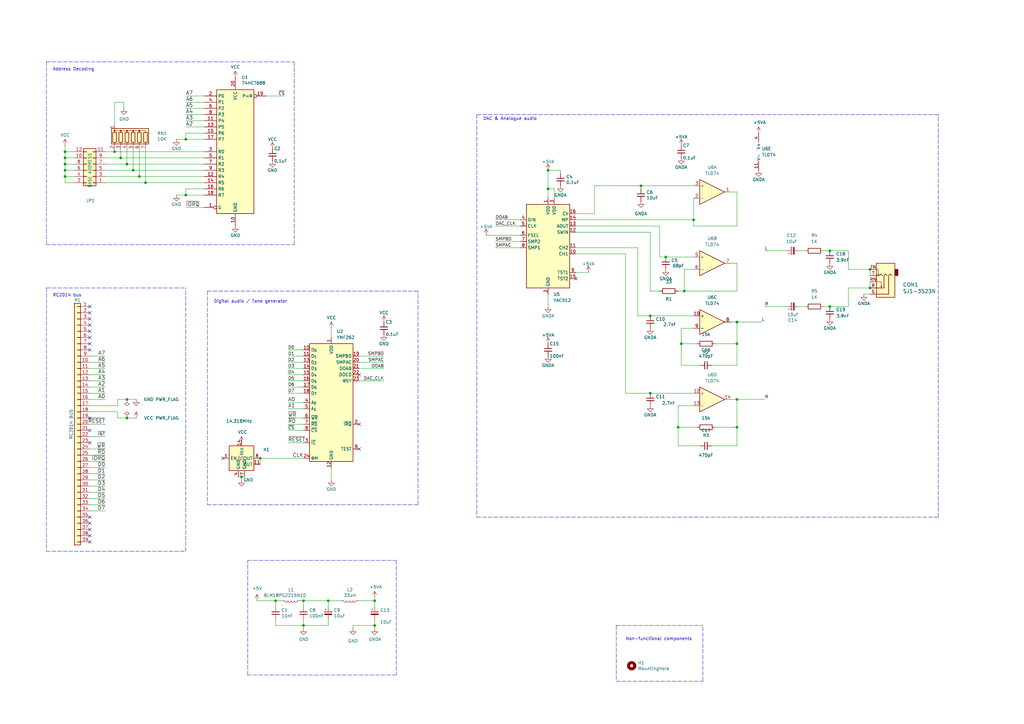
<source format=kicad_sch>
(kicad_sch (version 20250114) (generator "eeschema") (generator_version "9.0")
  (paper "A3")
  (title_block (title "RC2014 YM3812 sound card") (date "@date@") (rev "@version@") (comment 1 "these are the things that dreams are made of"))
  (text "Non-functional components" (at 256.54 262.89 0) (effects (font (size 1.27 1.27)) (justify left bottom)))
  (text "Digital audio / Tone generator" (at 87.63 124.46 0) (effects (font (size 1.27 1.27)) (justify left bottom)))
  (text "Address Decoding" (at 21.59 29.21 0) (effects (font (size 1.27 1.27)) (justify left bottom)))
  (text "DAC & Analogue audio" (at 198.12 49.53 0) (effects (font (size 1.27 1.27)) (justify left bottom)))
  (text "RC2014 bus" (at 21.59 121.92 0) (effects (font (size 1.27 1.27)) (justify left bottom)))
  (junction (at 134.62 246.38))
  (junction (at 52.07 163.83))
  (junction (at 46.99 62.23))
  (junction (at 302.26 175.26))
  (junction (at 266.7 129.54))
  (junction (at 99.06 195.58))
  (junction (at 278.13 175.26))
  (junction (at 224.79 77.47))
  (junction (at 280.67 119.38))
  (junction (at 26.67 62.23))
  (junction (at 153.67 256.54))
  (junction (at 340.36 125.73))
  (junction (at 302.26 140.97))
  (junction (at 284.48 90.17))
  (junction (at 106.68 187.96))
  (junction (at 113.03 246.38))
  (junction (at 302.26 132.08))
  (junction (at 340.36 102.87))
  (junction (at 26.67 72.39))
  (junction (at 57.15 72.39))
  (junction (at 262.89 76.2))
  (junction (at 26.67 69.85))
  (junction (at 279.4 140.97))
  (junction (at 273.05 105.41))
  (junction (at 124.46 256.54))
  (junction (at 26.67 67.31))
  (junction (at 52.07 171.45))
  (junction (at 356.87 110.49))
  (junction (at 302.26 163.83))
  (junction (at 49.53 64.77))
  (junction (at 54.61 69.85))
  (junction (at 266.7 161.29))
  (junction (at 224.79 69.85))
  (junction (at 76.2 57.15))
  (junction (at 26.67 64.77))
  (junction (at 52.07 67.31))
  (junction (at 59.69 74.93))
  (junction (at 356.87 118.11))
  (junction (at 76.2 80.01))
  (junction (at 124.46 246.38))
  (junction (at 153.67 246.38))
  (no_connect (at 91.44 187.96))
  (no_connect (at 147.32 173.99))
  (no_connect (at 147.32 184.15))
  (no_connect (at 36.83 171.45))
  (no_connect (at 36.83 222.25))
  (no_connect (at 36.83 217.17))
  (no_connect (at 36.83 130.81))
  (no_connect (at 236.22 114.3))
  (no_connect (at 147.32 153.67))
  (no_connect (at 36.83 128.27))
  (no_connect (at 36.83 181.61))
  (no_connect (at 36.83 214.63))
  (no_connect (at 36.83 125.73))
  (no_connect (at 36.83 140.97))
  (no_connect (at 36.83 212.09))
  (no_connect (at 36.83 143.51))
  (no_connect (at 36.83 138.43))
  (no_connect (at 36.83 219.71))
  (no_connect (at 36.83 133.35))
  (no_connect (at 36.83 135.89))
  (no_connect (at 36.83 176.53))
  (polyline (pts (xy 384.81 212.09) (xy 384.81 46.99)) (stroke (width 0) (type dash)))
  (wire (pts (xy 72.39 80.01) (xy 76.2 80.01)))
  (wire (pts (xy 48.26 163.83) (xy 52.07 163.83)))
  (wire (pts (xy 153.67 248.92) (xy 153.67 246.38)))
  (wire (pts (xy 46.99 60.96) (xy 46.99 62.23)))
  (wire (pts (xy 340.36 102.87) (xy 347.98 102.87)))
  (wire (pts (xy 134.62 246.38) (xy 134.62 248.92)))
  (wire (pts (xy 243.84 76.2) (xy 262.89 76.2)))
  (wire (pts (xy 48.26 171.45) (xy 52.07 171.45)))
  (wire (pts (xy 118.11 143.51) (xy 124.46 143.51)))
  (wire (pts (xy 284.48 90.17) (xy 284.48 92.71)))
  (polyline (pts (xy 85.09 119.38) (xy 85.09 207.01)) (stroke (width 0) (type dash)))
  (wire (pts (xy 59.69 74.93) (xy 43.18 74.93)))
  (wire (pts (xy 337.82 102.87) (xy 340.36 102.87)))
  (wire (pts (xy 256.54 104.14) (xy 256.54 161.29)))
  (wire (pts (xy 118.11 181.61) (xy 124.46 181.61)))
  (wire (pts (xy 76.2 54.61) (xy 83.82 54.61)))
  (wire (pts (xy 76.2 49.53) (xy 83.82 49.53)))
  (wire (pts (xy 43.18 72.39) (xy 57.15 72.39)))
  (wire (pts (xy 26.67 72.39) (xy 26.67 74.93)))
  (polyline (pts (xy 288.29 279.4) (xy 288.29 256.54)) (stroke (width 0) (type dash)))
  (wire (pts (xy 279.4 149.86) (xy 279.4 140.97)))
  (wire (pts (xy 124.46 254) (xy 124.46 256.54)))
  (wire (pts (xy 236.22 101.6) (xy 261.62 101.6)))
  (wire (pts (xy 118.11 156.21) (xy 124.46 156.21)))
  (wire (pts (xy 76.2 44.45) (xy 83.82 44.45)))
  (wire (pts (xy 43.18 64.77) (xy 49.53 64.77)))
  (wire (pts (xy 356.87 113.03) (xy 356.87 110.49)))
  (wire (pts (xy 236.22 95.25) (xy 266.7 95.25)))
  (wire (pts (xy 123.19 246.38) (xy 124.46 246.38)))
  (wire (pts (xy 327.66 102.87) (xy 330.2 102.87)))
  (wire (pts (xy 147.32 148.59) (xy 157.48 148.59)))
  (wire (pts (xy 43.18 199.39) (xy 36.83 199.39)))
  (wire (pts (xy 76.2 85.09) (xy 83.82 85.09)))
  (wire (pts (xy 76.2 52.07) (xy 83.82 52.07)))
  (polyline (pts (xy 252.73 256.54) (xy 288.29 256.54)) (stroke (width 0) (type dash)))
  (polyline (pts (xy 101.6 276.86) (xy 101.6 229.87)) (stroke (width 0) (type dash)))
  (polyline (pts (xy 85.09 207.01) (xy 171.45 207.01)) (stroke (width 0) (type dash)))
  (polyline (pts (xy 162.56 229.87) (xy 162.56 276.86)) (stroke (width 0) (type dash)))
  (wire (pts (xy 43.18 194.31) (xy 36.83 194.31)))
  (wire (pts (xy 236.22 92.71) (xy 270.51 92.71)))
  (wire (pts (xy 76.2 57.15) (xy 83.82 57.15)))
  (wire (pts (xy 153.67 246.38) (xy 153.67 245.11)))
  (wire (pts (xy 302.26 132.08) (xy 302.26 140.97)))
  (wire (pts (xy 48.26 168.91) (xy 48.26 171.45)))
  (wire (pts (xy 46.99 50.8) (xy 46.99 41.91)))
  (wire (pts (xy 224.79 69.85) (xy 229.87 69.85)))
  (wire (pts (xy 256.54 161.29) (xy 266.7 161.29)))
  (wire (pts (xy 279.4 140.97) (xy 279.4 134.62)))
  (wire (pts (xy 118.11 148.59) (xy 124.46 148.59)))
  (wire (pts (xy 236.22 87.63) (xy 243.84 87.63)))
  (wire (pts (xy 118.11 171.45) (xy 124.46 171.45)))
  (wire (pts (xy 113.03 246.38) (xy 113.03 248.92)))
  (wire (pts (xy 43.18 179.07) (xy 36.83 179.07)))
  (wire (pts (xy 302.26 132.08) (xy 312.42 132.08)))
  (wire (pts (xy 99.06 195.58) (xy 99.06 196.85)))
  (wire (pts (xy 46.99 41.91) (xy 50.8 41.91)))
  (wire (pts (xy 48.26 166.37) (xy 48.26 163.83)))
  (wire (pts (xy 43.18 163.83) (xy 36.83 163.83)))
  (wire (pts (xy 302.26 140.97) (xy 302.26 149.86)))
  (wire (pts (xy 43.18 186.69) (xy 36.83 186.69)))
  (wire (pts (xy 43.18 209.55) (xy 36.83 209.55)))
  (wire (pts (xy 278.13 175.26) (xy 285.75 175.26)))
  (polyline (pts (xy 162.56 276.86) (xy 101.6 276.86)) (stroke (width 0) (type dash)))
  (wire (pts (xy 147.32 246.38) (xy 153.67 246.38)))
  (wire (pts (xy 135.89 191.77) (xy 135.89 196.85)))
  (wire (pts (xy 26.67 74.93) (xy 30.48 74.93)))
  (polyline (pts (xy 252.73 279.4) (xy 288.29 279.4)) (stroke (width 0) (type dash)))
  (wire (pts (xy 236.22 111.76) (xy 241.3 111.76)))
  (wire (pts (xy 124.46 256.54) (xy 134.62 256.54)))
  (wire (pts (xy 52.07 67.31) (xy 43.18 67.31)))
  (wire (pts (xy 236.22 90.17) (xy 284.48 90.17)))
  (wire (pts (xy 147.32 146.05) (xy 157.48 146.05)))
  (wire (pts (xy 199.39 96.52) (xy 213.36 96.52)))
  (wire (pts (xy 76.2 77.47) (xy 76.2 80.01)))
  (wire (pts (xy 106.68 187.96) (xy 106.68 190.5)))
  (wire (pts (xy 147.32 151.13) (xy 157.48 151.13)))
  (wire (pts (xy 43.18 189.23) (xy 36.83 189.23)))
  (wire (pts (xy 109.22 39.37) (xy 116.84 39.37)))
  (wire (pts (xy 26.67 64.77) (xy 30.48 64.77)))
  (wire (pts (xy 347.98 102.87) (xy 347.98 110.49)))
  (wire (pts (xy 144.78 256.54) (xy 153.67 256.54)))
  (wire (pts (xy 43.18 173.99) (xy 36.83 173.99)))
  (wire (pts (xy 52.07 163.83) (xy 55.88 163.83)))
  (wire (pts (xy 203.2 101.6) (xy 213.36 101.6)))
  (wire (pts (xy 284.48 110.49) (xy 280.67 110.49)))
  (wire (pts (xy 118.11 158.75) (xy 124.46 158.75)))
  (wire (pts (xy 76.2 41.91) (xy 83.82 41.91)))
  (wire (pts (xy 26.67 67.31) (xy 30.48 67.31)))
  (wire (pts (xy 124.46 246.38) (xy 134.62 246.38)))
  (wire (pts (xy 26.67 62.23) (xy 26.67 64.77)))
  (wire (pts (xy 46.99 62.23) (xy 43.18 62.23)))
  (wire (pts (xy 72.39 57.15) (xy 76.2 57.15)))
  (wire (pts (xy 224.79 69.85) (xy 224.79 77.47)))
  (wire (pts (xy 52.07 171.45) (xy 55.88 171.45)))
  (wire (pts (xy 262.89 77.47) (xy 262.89 76.2)))
  (wire (pts (xy 287.02 182.88) (xy 278.13 182.88)))
  (wire (pts (xy 26.67 59.69) (xy 26.67 62.23)))
  (wire (pts (xy 118.11 161.29) (xy 124.46 161.29)))
  (wire (pts (xy 57.15 72.39) (xy 83.82 72.39)))
  (polyline (pts (xy 384.81 46.99) (xy 195.58 46.99)) (stroke (width 0) (type dash)))
  (wire (pts (xy 83.82 74.93) (xy 59.69 74.93)))
  (wire (pts (xy 270.51 92.71) (xy 270.51 105.41)))
  (wire (pts (xy 43.18 161.29) (xy 36.83 161.29)))
  (wire (pts (xy 54.61 69.85) (xy 83.82 69.85)))
  (wire (pts (xy 97.79 195.58) (xy 99.06 195.58)))
  (wire (pts (xy 49.53 64.77) (xy 83.82 64.77)))
  (wire (pts (xy 118.11 153.67) (xy 124.46 153.67)))
  (wire (pts (xy 279.4 140.97) (xy 285.75 140.97)))
  (wire (pts (xy 327.66 125.73) (xy 330.2 125.73)))
  (wire (pts (xy 266.7 129.54) (xy 284.48 129.54)))
  (wire (pts (xy 270.51 105.41) (xy 273.05 105.41)))
  (wire (pts (xy 48.26 168.91) (xy 36.83 168.91)))
  (wire (pts (xy 43.18 158.75) (xy 36.83 158.75)))
  (wire (pts (xy 43.18 151.13) (xy 36.83 151.13)))
  (wire (pts (xy 50.8 41.91) (xy 50.8 44.45)))
  (wire (pts (xy 43.18 153.67) (xy 36.83 153.67)))
  (wire (pts (xy 261.62 129.54) (xy 266.7 129.54)))
  (wire (pts (xy 26.67 69.85) (xy 26.67 72.39)))
  (wire (pts (xy 302.26 78.74) (xy 302.26 92.71)))
  (wire (pts (xy 26.67 72.39) (xy 30.48 72.39)))
  (wire (pts (xy 227.33 81.28) (xy 227.33 77.47)))
  (polyline (pts (xy 195.58 46.99) (xy 195.58 212.09)) (stroke (width 0) (type dash)))
  (wire (pts (xy 144.78 257.81) (xy 144.78 256.54)))
  (wire (pts (xy 43.18 146.05) (xy 36.83 146.05)))
  (wire (pts (xy 302.26 149.86) (xy 292.1 149.86)))
  (wire (pts (xy 52.07 60.96) (xy 52.07 67.31)))
  (wire (pts (xy 278.13 166.37) (xy 284.48 166.37)))
  (wire (pts (xy 43.18 191.77) (xy 36.83 191.77)))
  (wire (pts (xy 347.98 125.73) (xy 347.98 118.11)))
  (wire (pts (xy 278.13 182.88) (xy 278.13 175.26)))
  (wire (pts (xy 76.2 46.99) (xy 83.82 46.99)))
  (polyline (pts (xy 19.05 118.11) (xy 76.2 118.11)) (stroke (width 0) (type dash)))
  (wire (pts (xy 203.2 99.06) (xy 213.36 99.06)))
  (wire (pts (xy 43.18 69.85) (xy 54.61 69.85)))
  (wire (pts (xy 43.18 207.01) (xy 36.83 207.01)))
  (wire (pts (xy 124.46 257.81) (xy 124.46 256.54)))
  (wire (pts (xy 293.37 175.26) (xy 302.26 175.26)))
  (wire (pts (xy 284.48 81.28) (xy 284.48 90.17)))
  (wire (pts (xy 299.72 163.83) (xy 302.26 163.83)))
  (wire (pts (xy 278.13 119.38) (xy 280.67 119.38)))
  (wire (pts (xy 337.82 125.73) (xy 340.36 125.73)))
  (wire (pts (xy 59.69 60.96) (xy 59.69 74.93)))
  (wire (pts (xy 134.62 246.38) (xy 139.7 246.38)))
  (wire (pts (xy 153.67 256.54) (xy 153.67 257.81)))
  (polyline (pts (xy 120.65 100.33) (xy 120.65 25.4)) (stroke (width 0) (type dash)))
  (wire (pts (xy 134.62 254) (xy 134.62 256.54)))
  (polyline (pts (xy 85.09 119.38) (xy 171.45 119.38)) (stroke (width 0) (type dash)))
  (polyline (pts (xy 171.45 207.01) (xy 171.45 119.38)) (stroke (width 0) (type dash)))
  (wire (pts (xy 273.05 105.41) (xy 284.48 105.41)))
  (wire (pts (xy 243.84 76.2) (xy 243.84 87.63)))
  (wire (pts (xy 113.03 246.38) (xy 115.57 246.38)))
  (wire (pts (xy 43.18 148.59) (xy 36.83 148.59)))
  (wire (pts (xy 113.03 256.54) (xy 124.46 256.54)))
  (wire (pts (xy 48.26 166.37) (xy 36.83 166.37)))
  (wire (pts (xy 262.89 76.2) (xy 284.48 76.2)))
  (wire (pts (xy 347.98 110.49) (xy 356.87 110.49)))
  (wire (pts (xy 43.18 204.47) (xy 36.83 204.47)))
  (wire (pts (xy 356.87 118.11) (xy 356.87 115.57)))
  (wire (pts (xy 99.06 195.58) (xy 100.33 195.58)))
  (polyline (pts (xy 19.05 226.06) (xy 76.2 226.06)) (stroke (width 0) (type dash)))
  (wire (pts (xy 224.79 77.47) (xy 224.79 81.28)))
  (wire (pts (xy 236.22 104.14) (xy 256.54 104.14)))
  (wire (pts (xy 76.2 54.61) (xy 76.2 57.15)))
  (polyline (pts (xy 19.05 25.4) (xy 19.05 100.33)) (stroke (width 0) (type dash)))
  (wire (pts (xy 118.11 176.53) (xy 124.46 176.53)))
  (wire (pts (xy 118.11 173.99) (xy 124.46 173.99)))
  (wire (pts (xy 26.67 69.85) (xy 30.48 69.85)))
  (wire (pts (xy 229.87 69.85) (xy 229.87 71.12)))
  (polyline (pts (xy 252.73 256.54) (xy 252.73 279.4)) (stroke (width 0) (type dash)))
  (polyline (pts (xy 76.2 226.06) (xy 76.2 118.11)) (stroke (width 0) (type dash)))
  (wire (pts (xy 83.82 62.23) (xy 46.99 62.23)))
  (wire (pts (xy 287.02 149.86) (xy 279.4 149.86)))
  (wire (pts (xy 340.36 125.73) (xy 347.98 125.73)))
  (wire (pts (xy 83.82 77.47) (xy 76.2 77.47)))
  (wire (pts (xy 118.11 167.64) (xy 124.46 167.64)))
  (wire (pts (xy 99.06 180.34) (xy 99.06 181.61)))
  (wire (pts (xy 280.67 110.49) (xy 280.67 119.38)))
  (wire (pts (xy 261.62 101.6) (xy 261.62 129.54)))
  (wire (pts (xy 113.03 254) (xy 113.03 256.54)))
  (wire (pts (xy 266.7 119.38) (xy 270.51 119.38)))
  (wire (pts (xy 224.79 120.65) (xy 224.79 125.73)))
  (wire (pts (xy 266.7 95.25) (xy 266.7 119.38)))
  (wire (pts (xy 135.89 134.62) (xy 135.89 138.43)))
  (wire (pts (xy 26.67 64.77) (xy 26.67 67.31)))
  (polyline (pts (xy 19.05 118.11) (xy 19.05 226.06)) (stroke (width 0) (type dash)))
  (wire (pts (xy 266.7 161.29) (xy 284.48 161.29)))
  (wire (pts (xy 313.69 125.73) (xy 322.58 125.73)))
  (wire (pts (xy 147.32 156.21) (xy 157.48 156.21)))
  (wire (pts (xy 302.26 92.71) (xy 284.48 92.71)))
  (wire (pts (xy 302.26 163.83) (xy 313.69 163.83)))
  (wire (pts (xy 124.46 246.38) (xy 124.46 248.92)))
  (polyline (pts (xy 19.05 25.4) (xy 120.65 25.4)) (stroke (width 0) (type dash)))
  (polyline (pts (xy 101.6 229.87) (xy 162.56 229.87)) (stroke (width 0) (type dash)))
  (wire (pts (xy 106.68 187.96) (xy 124.46 187.96)))
  (wire (pts (xy 105.41 246.38) (xy 113.03 246.38)))
  (wire (pts (xy 83.82 67.31) (xy 52.07 67.31)))
  (polyline (pts (xy 195.58 212.09) (xy 384.81 212.09)) (stroke (width 0) (type dash)))
  (wire (pts (xy 313.69 102.87) (xy 322.58 102.87)))
  (wire (pts (xy 43.18 201.93) (xy 36.83 201.93)))
  (wire (pts (xy 43.18 196.85) (xy 36.83 196.85)))
  (wire (pts (xy 278.13 175.26) (xy 278.13 166.37)))
  (wire (pts (xy 118.11 151.13) (xy 124.46 151.13)))
  (wire (pts (xy 227.33 77.47) (xy 224.79 77.47)))
  (wire (pts (xy 54.61 60.96) (xy 54.61 69.85)))
  (wire (pts (xy 302.26 175.26) (xy 302.26 182.88)))
  (polyline (pts (xy 19.05 100.33) (xy 120.65 100.33)) (stroke (width 0) (type dash)))
  (wire (pts (xy 293.37 140.97) (xy 302.26 140.97)))
  (wire (pts (xy 203.2 90.17) (xy 213.36 90.17)))
  (wire (pts (xy 49.53 60.96) (xy 49.53 64.77)))
  (wire (pts (xy 43.18 184.15) (xy 36.83 184.15)))
  (wire (pts (xy 302.26 182.88) (xy 292.1 182.88)))
  (wire (pts (xy 299.72 78.74) (xy 302.26 78.74)))
  (wire (pts (xy 347.98 118.11) (xy 356.87 118.11)))
  (wire (pts (xy 280.67 119.38) (xy 302.26 119.38)))
  (wire (pts (xy 26.67 62.23) (xy 30.48 62.23)))
  (wire (pts (xy 302.26 163.83) (xy 302.26 175.26)))
  (wire (pts (xy 203.2 92.71) (xy 213.36 92.71)))
  (wire (pts (xy 299.72 132.08) (xy 302.26 132.08)))
  (wire (pts (xy 76.2 80.01) (xy 83.82 80.01)))
  (wire (pts (xy 76.2 39.37) (xy 83.82 39.37)))
  (wire (pts (xy 57.15 60.96) (xy 57.15 72.39)))
  (wire (pts (xy 118.11 146.05) (xy 124.46 146.05)))
  (wire (pts (xy 43.18 156.21) (xy 36.83 156.21)))
  (wire (pts (xy 26.67 67.31) (xy 26.67 69.85)))
  (wire (pts (xy 279.4 134.62) (xy 284.48 134.62)))
  (wire (pts (xy 118.11 165.1) (xy 124.46 165.1)))
  (wire (pts (xy 302.26 107.95) (xy 299.72 107.95)))
  (wire (pts (xy 302.26 119.38) (xy 302.26 107.95)))
  (wire (pts (xy 354.33 120.65) (xy 356.87 120.65)))
  (wire (pts (xy 153.67 254) (xy 153.67 256.54)))
  (label "SMPAC" (at 157.48 148.59 180))
  (label "SMPBD" (at 203.2 99.06 0))
  (label "~{WR}" (at 43.18 184.15 180) (effects (font (size 1.524 1.524))))
  (label "A2" (at 43.18 158.75 180) (effects (font (size 1.524 1.524))))
  (label "~{CS}" (at 116.84 39.37 180))
  (label "D6" (at 118.11 158.75 0))
  (label "D2" (at 43.18 196.85 180) (effects (font (size 1.524 1.524))))
  (label "DAC_CLK" (at 203.2 92.71 0))
  (label "D4" (at 118.11 153.67 0))
  (label "D1" (at 118.11 146.05 0))
  (label "DAC_CLK" (at 157.48 156.21 180))
  (label "R" (at 313.69 163.83 0))
  (label "A7" (at 76.2 39.37 0) (effects (font (size 1.524 1.524))))
  (label "D2" (at 118.11 148.59 0))
  (label "D1" (at 43.18 194.31 180) (effects (font (size 1.524 1.524))))
  (label "SMPAC" (at 203.2 101.6 0))
  (label "D7" (at 118.11 161.29 0))
  (label "R" (at 313.69 125.73 0))
  (label "~{RD}" (at 118.11 173.99 0) (effects (font (size 1.524 1.524))))
  (label "~{RESET}" (at 118.11 181.61 0) (effects (font (size 1.524 1.524))))
  (label "A3" (at 76.2 49.53 0) (effects (font (size 1.524 1.524))))
  (label "A4" (at 76.2 46.99 0) (effects (font (size 1.524 1.524))))
  (label "A6" (at 43.18 148.59 180) (effects (font (size 1.524 1.524))))
  (label "D5" (at 43.18 204.47 180) (effects (font (size 1.524 1.524))))
  (label "D7" (at 43.18 209.55 180) (effects (font (size 1.524 1.524))))
  (label "~{WR}" (at 118.11 171.45 0) (effects (font (size 1.524 1.524))))
  (label "~{INT}" (at 43.18 179.07 180))
  (label "A1" (at 118.11 167.64 0) (effects (font (size 1.524 1.524))))
  (label "CLK" (at 124.46 187.96 180) (effects (font (size 1.524 1.524))))
  (label "~{RESET}" (at 43.18 173.99 180) (effects (font (size 1.524 1.524))))
  (label "A1" (at 43.18 161.29 180) (effects (font (size 1.524 1.524))))
  (label "~{IORQ}" (at 76.2 85.09 0) (effects (font (size 1.524 1.524))))
  (label "~{RD}" (at 43.18 186.69 180) (effects (font (size 1.524 1.524))))
  (label "A4" (at 43.18 153.67 180) (effects (font (size 1.524 1.524))))
  (label "A2" (at 76.2 52.07 0) (effects (font (size 1.524 1.524))))
  (label "DOAB" (at 203.2 90.17 0))
  (label "SMPBD" (at 157.48 146.05 180))
  (label "A3" (at 43.18 156.21 180) (effects (font (size 1.524 1.524))))
  (label "D5" (at 118.11 156.21 0))
  (label "D0" (at 118.11 143.51 0))
  (label "L" (at 313.69 102.87 0))
  (label "A0" (at 118.11 165.1 0) (effects (font (size 1.524 1.524))))
  (label "~{CS}" (at 118.11 176.53 0))
  (label "D4" (at 43.18 201.93 180) (effects (font (size 1.524 1.524))))
  (label "A6" (at 76.2 41.91 0) (effects (font (size 1.524 1.524))))
  (label "D3" (at 43.18 199.39 180) (effects (font (size 1.524 1.524))))
  (label "D0" (at 43.18 191.77 180) (effects (font (size 1.524 1.524))))
  (label "A5" (at 43.18 151.13 180) (effects (font (size 1.524 1.524))))
  (label "D3" (at 118.11 151.13 0))
  (label "D6" (at 43.18 207.01 180) (effects (font (size 1.524 1.524))))
  (label "L" (at 312.42 132.08 0))
  (label "A7" (at 43.18 146.05 180) (effects (font (size 1.524 1.524))))
  (label "DOAB" (at 157.48 151.13 180))
  (label "~{IORQ}" (at 43.18 189.23 180) (effects (font (size 1.524 1.524))))
  (label "A5" (at 76.2 44.45 0) (effects (font (size 1.524 1.524))))
  (label "A0" (at 43.18 163.83 180) (effects (font (size 1.524 1.524))))
  (symbol (lib_id "Connector_Generic:Conn_01x39") (at 31.75 173.99 0) (mirror y) (unit 1)
    (property "Reference" "P1" (at 31.75 123.19 0))
    (property "Value" "RC2014 BUS" (at 29.21 173.99 90))
    (property "Footprint" "electrified:PinHeader_1x39_P2.54mm_Vertical" (effects (hide yes)))
    (property "Description" "Generic connector, single row, 01x39, script generated (kicad-library-utils/schlib/autogen/connector/)" (effects (hide yes)))
  )
  (symbol (lib_id "power:GND") (at 55.88 163.83 0) (unit 1)
    (property "Reference" "#PWR03" (effects (hide yes)))
    (property "Value" "GND" (at 60.96 163.83 0))
    (property "Description" "Power symbol creates a global label with name \"GND\" , ground" (effects (hide yes)))
  )
  (symbol (lib_id "power:VCC") (at 55.88 171.45 0) (unit 1)
    (property "Reference" "#PWR04" (effects (hide yes)))
    (property "Value" "VCC" (at 60.96 171.45 0))
    (property "Description" "Power symbol creates a global label with name \"VCC\"" (effects (hide yes)))
  )
  (symbol (lib_id "power:GND") (at 135.89 196.85 0) (unit 1)
    (property "Reference" "#PWR014" (effects (hide yes)))
    (property "Value" "GND" (at 135.89 200.66 0))
    (property "Description" "Power symbol creates a global label with name \"GND\" , ground" (effects (hide yes)))
  )
  (symbol (lib_id "Device:C_Small") (at 111.76 63.5 0) (unit 1)
    (property "Reference" "C2" (at 112.395 60.96 0) (effects (justify left)))
    (property "Value" "0.1uF" (at 112.395 66.04 0) (effects (justify left)))
    (property "Footprint" "Capacitor_SMD:C_0603_1608Metric_Pad1.08x0.95mm_HandSolder" (effects (hide yes)))
    (property "Description" "Unpolarized capacitor, small symbol" (effects (hide yes)))
  )
  (symbol (lib_id "Device:C_Small") (at 157.48 134.62 0) (unit 1)
    (property "Reference" "C3" (at 158.115 132.08 0) (effects (justify left)))
    (property "Value" "0.1uF" (at 158.115 137.16 0) (effects (justify left)))
    (property "Footprint" "Capacitor_SMD:C_0603_1608Metric_Pad1.08x0.95mm_HandSolder" (effects (hide yes)))
    (property "Description" "Unpolarized capacitor, small symbol" (effects (hide yes)))
  )
  (symbol (lib_id "power:GND") (at 111.76 66.04 0) (unit 1)
    (property "Reference" "#PWR012" (effects (hide yes)))
    (property "Value" "GND" (at 111.76 69.85 0))
    (property "Description" "Power symbol creates a global label with name \"GND\" , ground" (effects (hide yes)))
  )
  (symbol (lib_id "power:GND") (at 157.48 137.16 0) (unit 1)
    (property "Reference" "#PWR016" (effects (hide yes)))
    (property "Value" "GND" (at 157.48 140.97 0))
    (property "Description" "Power symbol creates a global label with name \"GND\" , ground" (effects (hide yes)))
  )
  (symbol (lib_id "power:VCC") (at 111.76 60.96 0) (unit 1)
    (property "Reference" "#PWR011" (effects (hide yes)))
    (property "Value" "VCC" (at 111.76 57.15 0))
    (property "Description" "Power symbol creates a global label with name \"VCC\"" (effects (hide yes)))
  )
  (symbol (lib_id "power:VCC") (at 157.48 132.08 0) (unit 1)
    (property "Reference" "#PWR015" (effects (hide yes)))
    (property "Value" "VCC" (at 157.48 128.27 0))
    (property "Description" "Power symbol creates a global label with name \"VCC\"" (effects (hide yes)))
  )
  (symbol (lib_id "Connector_Generic:Conn_02x06_Odd_Even") (at 38.1 69.85 180) (unit 1)
    (property "Reference" "JP1" (at 37.084 82.296 0))
    (property "Value" "BASE ADDRESS" (at 36.83 69.85 90))
    (property "Footprint" "Connector_PinHeader_2.54mm:PinHeader_2x06_P2.54mm_Vertical" (effects (hide yes)))
    (property "Description" "Generic connector, double row, 02x06, odd/even pin numbering scheme (row 1 odd numbers, row 2 even numbers), script generated (kicad-library-utils/schlib/autogen/connector/)" (effects (hide yes)))
  )
  (symbol (lib_id "Device:C_Small") (at 279.4 62.23 0) (unit 1)
    (property "Reference" "C7" (at 280.035 59.69 0) (effects (justify left)))
    (property "Value" "0.1uF" (at 280.035 64.77 0) (effects (justify left)))
    (property "Footprint" "Capacitor_SMD:C_0603_1608Metric_Pad1.08x0.95mm_HandSolder" (effects (hide yes)))
    (property "Description" "Unpolarized capacitor, small symbol" (effects (hide yes)))
  )
  (symbol (lib_id "power:PWR_FLAG") (at 52.07 163.83 180) (unit 1)
    (property "Reference" "#FLG01" (effects (hide yes)))
    (property "Value" "PWR_FLAG" (at 68.58 163.83 0))
    (property "Description" "Special symbol for telling ERC where power comes from" (effects (hide yes)))
  )
  (symbol (lib_id "power:PWR_FLAG") (at 52.07 171.45 0) (unit 1)
    (property "Reference" "#FLG02" (effects (hide yes)))
    (property "Value" "PWR_FLAG" (at 68.58 171.45 0))
    (property "Description" "Special symbol for telling ERC where power comes from" (effects (hide yes)))
  )
  (symbol (lib_id "Device:L") (at 119.38 246.38 270) (unit 1)
    (property "Reference" "L1" (at 119.38 241.8588 90))
    (property "Value" "BLM18PG221SN1D" (at 116.84 244.1702 90))
    (property "Footprint" "Inductor_SMD:L_0603_1608Metric_Pad1.05x0.95mm_HandSolder" (effects (hide yes)))
    (property "Description" "Inductor" (effects (hide yes)))
  )
  (symbol (lib_id "power:GNDA") (at 153.67 257.81 0) (unit 1)
    (property "Reference" "#PWR0107" (effects (hide yes)))
    (property "Value" "GNDA" (at 153.797 262.2042 0))
    (property "Description" "Power symbol creates a global label with name \"GNDA\" , analog ground" (effects (hide yes)))
  )
  (symbol (lib_id "power:+5VA") (at 153.67 245.11 0) (unit 1)
    (property "Reference" "#PWR0108" (effects (hide yes)))
    (property "Value" "+5VA" (at 154.051 240.7158 0))
    (property "Description" "Power symbol creates a global label with name \"+5VA\"" (effects (hide yes)))
  )
  (symbol (lib_id "Device:L") (at 143.51 246.38 270) (unit 1)
    (property "Reference" "L2" (at 143.51 241.8588 90))
    (property "Value" "33uH" (at 143.51 244.1702 90))
    (property "Footprint" "Inductor_SMD:L_0603_1608Metric_Pad1.05x0.95mm_HandSolder" (effects (hide yes)))
    (property "Description" "Inductor" (effects (hide yes)))
  )
  (symbol (lib_id "Device:C_Polarized_Small") (at 153.67 251.46 0) (unit 1)
    (property "Reference" "C13" (at 155.9052 250.2916 0) (effects (justify left)))
    (property "Value" "10uF" (at 155.9052 255.143 0) (effects (justify left)))
    (property "Footprint" "Capacitor_SMD:C_1206_3216Metric" (effects (hide yes)))
    (property "Description" "Polarized capacitor, small symbol" (effects (hide yes)))
  )
  (symbol (lib_id "electrified:CXO_DIP-8-14") (at 99.06 187.96 0) (unit 1)
    (property "Reference" "X1" (at 107.95 184.404 0) (effects (justify left)))
    (property "Value" "14.318MHz" (at 92.71 172.72 0) (effects (justify left)))
    (property "Footprint" "electrified:Oscillator_DIP-8-14" (effects (hide yes)))
    (property "Datasheet" "http://cdn-reichelt.de/documents/datenblatt/B400/OSZI.pdf" (effects (hide yes)))
    (property "Description" "Crystal Clock Oscillator, DIP8-style metal package" (effects (hide yes)))
  )
  (symbol (lib_id "power:GND") (at 99.06 196.85 0) (unit 1)
    (property "Reference" "#PWR010" (effects (hide yes)))
    (property "Value" "GND" (at 101.854 196.85 0))
    (property "Description" "Power symbol creates a global label with name \"GND\" , ground" (effects (hide yes)))
  )
  (symbol (lib_id "power:VCC") (at 99.06 181.61 0) (unit 1)
    (property "Reference" "#PWR09" (effects (hide yes)))
    (property "Value" "VCC" (at 99.441 177.2158 0))
    (property "Description" "Power symbol creates a global label with name \"VCC\"" (effects (hide yes)))
  )
  (symbol (lib_id "Mechanical:MountingHole") (at 259.08 273.05 0) (unit 1) (in_bom no)
    (property "Reference" "H1" (at 261.62 271.8816 0) (effects (justify left)))
    (property "Value" "MountingHole" (at 261.62 274.193 0) (effects (justify left)))
    (property "Footprint" "MountingHole:MountingHole_3.2mm_M3" (effects (hide yes)))
    (property "Description" "Mounting Hole without connection" (effects (hide yes)))
  )
  (symbol (lib_id "Connector_Audio:AudioJack3_SwitchTR") (at 361.95 118.11 180) (unit 1)
    (property "Reference" "CON1" (at 370.2812 116.7638 0) (effects (font (size 1.524 1.524)) (justify right)))
    (property "Value" "SJ1-3523N" (at 370.2812 119.4562 0) (effects (font (size 1.524 1.524)) (justify right)))
    (property "Footprint" "electrified:Headphone_Jack_3.5mm_5_pin" (effects (hide yes)))
    (property "Description" "Audio Jack, 3 Poles (Stereo / TRS), Switched TR Poles (Normalling)" (effects (hide yes)))
    (property "Digi-Key_PN" "CP1-3523N-ND" (effects (hide yes)))
    (property "MPN" "SJ1-3523N" (effects (hide yes)))
    (property "Category" "Connectors, Interconnects" (effects (hide yes)))
    (property "Family" "Barrel - Audio Connectors" (effects (hide yes)))
    (property "DK_Datasheet_Link" "https://www.cui.com/product/resource/digikeypdf/sj1-352xn_series.pdf" (effects (hide yes)))
    (property "DK_Detail_Page" "/product-detail/en/cui-inc/SJ1-3523N/CP1-3523N-ND/738689" (effects (hide yes)))
    (property "Manufacturer" "CUI Inc." (effects (hide yes)))
    (property "Status" "Active" (effects (hide yes)))
  )
  (symbol (lib_id "74xx:74HCT688") (at 96.52 62.23 0) (unit 1)
    (property "Reference" "U1" (at 99.06 31.75 0) (effects (justify left)))
    (property "Value" "74HCT688" (at 99.06 34.0614 0) (effects (justify left)))
    (property "Footprint" "Package_SO:SOIC-20W_7.5x12.8mm_P1.27mm" (effects (hide yes)))
    (property "Datasheet" "https://www.ti.com/lit/ds/symlink/cd54hc688.pdf" (effects (hide yes)))
    (property "Description" "8-bit magnitude comparator" (effects (hide yes)))
  )
  (symbol (lib_id "power:VCC") (at 135.89 134.62 0) (unit 1)
    (property "Reference" "#PWR013" (effects (hide yes)))
    (property "Value" "VCC" (at 135.89 130.302 0))
    (property "Description" "Power symbol creates a global label with name \"VCC\"" (effects (hide yes)))
  )
  (symbol (lib_id "power:+5VA") (at 224.79 69.85 0) (unit 1)
    (property "Reference" "#PWR17" (effects (hide yes)))
    (property "Value" "+5VA" (at 224.79 66.294 0))
    (property "Description" "Power symbol creates a global label with name \"+5VA\"" (effects (hide yes)))
  )
  (symbol (lib_id "power:GND") (at 96.52 92.71 0) (unit 1)
    (property "Reference" "#PWR08" (effects (hide yes)))
    (property "Value" "GND" (at 96.52 96.52 0))
    (property "Description" "Power symbol creates a global label with name \"GND\" , ground" (effects (hide yes)))
  )
  (symbol (lib_id "power:VCC") (at 96.52 31.75 0) (unit 1)
    (property "Reference" "#PWR07" (effects (hide yes)))
    (property "Value" "VCC" (at 96.52 27.432 0))
    (property "Description" "Power symbol creates a global label with name \"VCC\"" (effects (hide yes)))
  )
  (symbol (lib_id "Device:R_Network06") (at 54.61 55.88 0) (unit 1)
    (property "Reference" "RN1" (at 64.4652 54.7116 0) (effects (justify left)))
    (property "Value" "10K" (at 64.4652 57.023 0) (effects (justify left)))
    (property "Footprint" "Resistor_SMD:R_Array_Convex_8x0602" (effects (hide yes)))
    (property "Datasheet" "http://www.vishay.com/docs/31509/csc.pdf" (effects (hide yes)))
    (property "Description" "6 resistor network, star topology, bussed resistors, small symbol" (effects (hide yes)))
  )
  (symbol (lib_id "power:VCC") (at 26.67 59.69 0) (unit 1)
    (property "Reference" "#PWR01" (effects (hide yes)))
    (property "Value" "VCC" (at 26.67 55.372 0))
    (property "Description" "Power symbol creates a global label with name \"VCC\"" (effects (hide yes)))
  )
  (symbol (lib_id "power:GND") (at 50.8 44.45 0) (unit 1)
    (property "Reference" "#PWR02" (effects (hide yes)))
    (property "Value" "GND" (at 50.927 48.8442 0))
    (property "Description" "Power symbol creates a global label with name \"GND\" , ground" (effects (hide yes)))
  )
  (symbol (lib_id "power:GNDA") (at 224.79 125.73 0) (unit 1)
    (property "Reference" "#PWR18" (effects (hide yes)))
    (property "Value" "GNDA" (at 224.79 129.54 0))
    (property "Description" "Power symbol creates a global label with name \"GNDA\" , analog ground" (effects (hide yes)))
  )
  (symbol (lib_id "Device:C_Small") (at 229.87 73.66 0) (unit 1)
    (property "Reference" "C4" (at 232.2068 72.4916 0) (effects (justify left)))
    (property "Value" "0.1uF" (at 232.2068 74.803 0) (effects (justify left)))
    (property "Footprint" "Capacitor_SMD:C_0603_1608Metric_Pad1.08x0.95mm_HandSolder" (effects (hide yes)))
    (property "Description" "Unpolarized capacitor, small symbol" (effects (hide yes)))
  )
  (symbol (lib_id "Device:C_Small") (at 262.89 80.01 0) (unit 1)
    (property "Reference" "C6" (at 265.1252 78.8416 0) (effects (justify left)))
    (property "Value" "10uF" (at 265.1252 81.153 0) (effects (justify left)))
    (property "Footprint" "Capacitor_SMD:C_0603_1608Metric_Pad1.08x0.95mm_HandSolder" (effects (hide yes)))
    (property "Description" "Unpolarized capacitor, small symbol" (effects (hide yes)))
  )
  (symbol (lib_id "Device:C_Polarized_Small") (at 325.12 102.87 90) (unit 1)
    (property "Reference" "C12" (at 324.5739 96.52 90))
    (property "Value" "10uf" (at 324.5739 99.06 90))
    (property "Footprint" "Capacitor_SMD:C_0603_1608Metric_Pad1.08x0.95mm_HandSolder" (effects (hide yes)))
    (property "Description" "Polarized capacitor, small symbol" (effects (hide yes)))
  )
  (symbol (lib_id "power:GNDA") (at 279.4 64.77 0) (unit 1)
    (property "Reference" "#PWR23" (effects (hide yes)))
    (property "Value" "GNDA" (at 279.4 68.58 0))
    (property "Description" "Power symbol creates a global label with name \"GNDA\" , analog ground" (effects (hide yes)))
  )
  (symbol (lib_id "Device:R") (at 334.01 102.87 90) (unit 1)
    (property "Reference" "R4" (at 334.01 96.52 90))
    (property "Value" "1K" (at 334.01 99.06 90))
    (property "Footprint" "Resistor_SMD:R_0603_1608Metric_Pad0.98x0.95mm_HandSolder" (effects (hide yes)))
    (property "Description" "Resistor" (effects (hide yes)))
  )
  (symbol (lib_id "Device:C_Small") (at 266.7 132.08 0) (unit 1)
    (property "Reference" "C10" (at 268.9352 130.9116 0) (effects (justify left)))
    (property "Value" "2.7nf" (at 272.034 133.096 0) (effects (justify left)))
    (property "Footprint" "Capacitor_SMD:C_0603_1608Metric_Pad1.08x0.95mm_HandSolder" (effects (hide yes)))
    (property "Description" "Unpolarized capacitor, small symbol" (effects (hide yes)))
  )
  (symbol (lib_id "power:GND") (at 72.39 57.15 0) (unit 1)
    (property "Reference" "#PWR024" (effects (hide yes)))
    (property "Value" "GND" (at 72.39 60.96 0))
    (property "Description" "Power symbol creates a global label with name \"GND\" , ground" (effects (hide yes)))
  )
  (symbol (lib_id "Amplifier_Operational:TL074") (at 292.1 163.83 0) (unit 4)
    (property "Reference" "U6" (at 292.1 153.67 0))
    (property "Value" "TL074" (at 292.1 156.21 0))
    (property "Footprint" "Package_SO:SOIC-14_3.9x8.7mm_P1.27mm" (effects (hide yes)))
    (property "Datasheet" "http://www.ti.com/lit/ds/symlink/tl071.pdf" (effects (hide yes)))
    (property "Description" "Quad Low-Noise JFET-Input Operational Amplifiers, DIP-14/SOIC-14" (effects (hide yes)))
  )
  (symbol (lib_id "power:+5VA") (at 241.3 111.76 0) (unit 1)
    (property "Reference" "#PWR029" (effects (hide yes)))
    (property "Value" "+5VA" (at 241.3 108.204 0))
    (property "Description" "Power symbol creates a global label with name \"+5VA\"" (effects (hide yes)))
  )
  (symbol (lib_id "power:GNDA") (at 311.15 69.85 0) (unit 1)
    (property "Reference" "#PWR28" (effects (hide yes)))
    (property "Value" "GNDA" (at 311.15 73.66 0))
    (property "Description" "Power symbol creates a global label with name \"GNDA\" , analog ground" (effects (hide yes)))
  )
  (symbol (lib_id "power:GNDA") (at 340.36 130.81 0) (unit 1)
    (property "Reference" "#PWR037" (effects (hide yes)))
    (property "Value" "GNDA" (at 340.36 134.62 0))
    (property "Description" "Power symbol creates a global label with name \"GNDA\" , analog ground" (effects (hide yes)))
  )
  (symbol (lib_id "Device:R") (at 289.56 140.97 90) (unit 1)
    (property "Reference" "R2" (at 289.56 144.272 90))
    (property "Value" "15k" (at 289.56 137.16 90))
    (property "Footprint" "Resistor_SMD:R_0603_1608Metric_Pad0.98x0.95mm_HandSolder" (effects (hide yes)))
    (property "Description" "Resistor" (effects (hide yes)))
  )
  (symbol (lib_id "power:GND") (at 72.39 80.01 0) (unit 1)
    (property "Reference" "#PWR025" (effects (hide yes)))
    (property "Value" "GND" (at 72.39 83.82 0))
    (property "Description" "Power symbol creates a global label with name \"GND\" , ground" (effects (hide yes)))
  )
  (symbol (lib_id "Amplifier_Operational:TL074") (at 292.1 107.95 0) (unit 2)
    (property "Reference" "U6" (at 292.1 97.79 0))
    (property "Value" "TL074" (at 292.1 100.33 0))
    (property "Footprint" "Package_SO:SOIC-14_3.9x8.7mm_P1.27mm" (effects (hide yes)))
    (property "Datasheet" "http://www.ti.com/lit/ds/symlink/tl071.pdf" (effects (hide yes)))
    (property "Description" "Quad Low-Noise JFET-Input Operational Amplifiers, DIP-14/SOIC-14" (effects (hide yes)))
  )
  (symbol (lib_id "Device:C_Polarized_Small") (at 134.62 251.46 0) (unit 1)
    (property "Reference" "C9" (at 136.8552 250.2916 0) (effects (justify left)))
    (property "Value" "10uF" (at 136.8552 252.603 0) (effects (justify left)))
    (property "Footprint" "Capacitor_SMD:C_1206_3216Metric" (effects (hide yes)))
    (property "Description" "Polarized capacitor, small symbol" (effects (hide yes)))
  )
  (symbol (lib_id "power:GNDA") (at 340.36 107.95 0) (unit 1)
    (property "Reference" "#PWR030" (effects (hide yes)))
    (property "Value" "GNDA" (at 340.36 111.76 0))
    (property "Description" "Power symbol creates a global label with name \"GNDA\" , analog ground" (effects (hide yes)))
  )
  (symbol (lib_id "power:+5VA") (at 279.4 59.69 0) (unit 1)
    (property "Reference" "#PWR22" (effects (hide yes)))
    (property "Value" "+5VA" (at 279.4 56.134 0))
    (property "Description" "Power symbol creates a global label with name \"+5VA\"" (effects (hide yes)))
  )
  (symbol (lib_id "Device:R") (at 334.01 125.73 90) (unit 1)
    (property "Reference" "R5" (at 334.01 119.38 90))
    (property "Value" "1K" (at 334.01 121.92 90))
    (property "Footprint" "Resistor_SMD:R_0603_1608Metric_Pad0.98x0.95mm_HandSolder" (effects (hide yes)))
    (property "Description" "Resistor" (effects (hide yes)))
  )
  (symbol (lib_id "power:GNDA") (at 229.87 76.2 0) (unit 1)
    (property "Reference" "#PWR19" (effects (hide yes)))
    (property "Value" "GNDA" (at 229.87 80.01 0))
    (property "Description" "Power symbol creates a global label with name \"GNDA\" , analog ground" (effects (hide yes)))
  )
  (symbol (lib_id "power:+5V") (at 105.41 246.38 0) (unit 1)
    (property "Reference" "#PWR031" (effects (hide yes)))
    (property "Value" "+5V" (at 105.41 241.3 0))
    (property "Description" "Power symbol creates a global label with name \"+5V\"" (effects (hide yes)))
  )
  (symbol (lib_id "power:+5VA") (at 199.39 96.52 0) (unit 1)
    (property "Reference" "#PWR036" (effects (hide yes)))
    (property "Value" "+5VA" (at 199.39 92.964 0))
    (property "Description" "Power symbol creates a global label with name \"+5VA\"" (effects (hide yes)))
  )
  (symbol (lib_id "Device:C_Small") (at 224.79 143.51 0) (unit 1)
    (property "Reference" "C15" (at 225.425 140.97 0) (effects (justify left)))
    (property "Value" "100nf" (at 225.425 146.05 0) (effects (justify left)))
    (property "Footprint" "Capacitor_SMD:C_0603_1608Metric_Pad1.08x0.95mm_HandSolder" (effects (hide yes)))
    (property "Description" "Unpolarized capacitor, small symbol" (effects (hide yes)))
  )
  (symbol (lib_id "power:+5VA") (at 224.79 140.97 0) (unit 1)
    (property "Reference" "#PWR34" (effects (hide yes)))
    (property "Value" "+5VA" (at 224.79 137.414 0))
    (property "Description" "Power symbol creates a global label with name \"+5VA\"" (effects (hide yes)))
  )
  (symbol (lib_id "electrified:YAC512") (at 224.79 101.6 0) (unit 1)
    (property "Reference" "U5" (at 226.9333 120.65 0) (effects (justify left)))
    (property "Value" "YAC512" (at 226.9333 123.19 0) (effects (justify left)))
    (property "Footprint" "Package_SO:SOP-16_4.55x10.3mm_P1.27mm" (effects (hide yes)))
  )
  (symbol (lib_id "Device:R") (at 274.32 119.38 90) (unit 1)
    (property "Reference" "R1" (at 274.32 122.682 90))
    (property "Value" "33" (at 274.32 115.57 90))
    (property "Footprint" "Resistor_SMD:R_0603_1608Metric_Pad0.98x0.95mm_HandSolder" (effects (hide yes)))
    (property "Description" "Resistor" (effects (hide yes)))
  )
  (symbol (lib_id "power:+5VA") (at 311.15 54.61 0) (unit 1)
    (property "Reference" "#PWR027" (effects (hide yes)))
    (property "Value" "+5VA" (at 311.531 50.2158 0))
    (property "Description" "Power symbol creates a global label with name \"+5VA\"" (effects (hide yes)))
  )
  (symbol (lib_id "electrified:YMF262") (at 135.89 158.75 0) (unit 1)
    (property "Reference" "U2" (at 138.0333 135.89 0) (effects (justify left)))
    (property "Value" "YMF262" (at 138.0333 138.43 0) (effects (justify left)))
    (property "Footprint" "Package_SO:SOP-24_7.5x15.4mm_P1.27mm" (effects (hide yes)))
  )
  (symbol (lib_id "power:GND") (at 124.46 257.81 0) (unit 1)
    (property "Reference" "#PWR033" (effects (hide yes)))
    (property "Value" "GND" (at 124.587 262.2042 0))
    (property "Description" "Power symbol creates a global label with name \"GND\" , ground" (effects (hide yes)))
  )
  (symbol (lib_id "Device:R") (at 289.56 175.26 90) (unit 1)
    (property "Reference" "R3" (at 289.56 178.562 90))
    (property "Value" "15k" (at 289.56 171.45 90))
    (property "Footprint" "Resistor_SMD:R_0603_1608Metric_Pad0.98x0.95mm_HandSolder" (effects (hide yes)))
    (property "Description" "Resistor" (effects (hide yes)))
  )
  (symbol (lib_id "Device:C_Small") (at 289.56 182.88 90) (unit 1)
    (property "Reference" "C17" (at 289.5663 176.53 90))
    (property "Value" "470pF" (at 289.56 186.69 90))
    (property "Footprint" "Capacitor_SMD:C_0603_1608Metric_Pad1.08x0.95mm_HandSolder" (effects (hide yes)))
    (property "Description" "Unpolarized capacitor, small symbol" (effects (hide yes)))
  )
  (symbol (lib_id "Device:C_Small") (at 124.46 251.46 0) (unit 1)
    (property "Reference" "C8" (at 126.7968 250.2916 0) (effects (justify left)))
    (property "Value" "100nF" (at 126.7968 252.603 0) (effects (justify left)))
    (property "Footprint" "Capacitor_SMD:C_0603_1608Metric_Pad1.08x0.95mm_HandSolder" (effects (hide yes)))
    (property "Description" "Unpolarized capacitor, small symbol" (effects (hide yes)))
  )
  (symbol (lib_id "power:GND") (at 144.78 257.81 0) (unit 1)
    (property "Reference" "#PWR05" (effects (hide yes)))
    (property "Value" "GND" (at 144.78 262.89 0))
    (property "Description" "Power symbol creates a global label with name \"GND\" , ground" (effects (hide yes)))
  )
  (symbol (lib_id "Device:C_Small") (at 340.36 105.41 0) (unit 1)
    (property "Reference" "C18" (at 342.9 104.1462 0) (effects (justify left)))
    (property "Value" "3.9nF" (at 342.9 106.6862 0) (effects (justify left)))
    (property "Footprint" "Capacitor_SMD:C_0603_1608Metric_Pad1.08x0.95mm_HandSolder" (effects (hide yes)))
    (property "Description" "Unpolarized capacitor, small symbol" (effects (hide yes)))
  )
  (symbol (lib_id "Device:C_Small") (at 273.05 107.95 0) (unit 1)
    (property "Reference" "C5" (at 275.2852 106.7816 0) (effects (justify left)))
    (property "Value" "68pf" (at 275.844 108.966 0) (effects (justify left)))
    (property "Footprint" "Capacitor_SMD:C_0603_1608Metric_Pad1.08x0.95mm_HandSolder" (effects (hide yes)))
    (property "Description" "Unpolarized capacitor, small symbol" (effects (hide yes)))
  )
  (symbol (lib_id "Device:C_Small") (at 266.7 163.83 0) (unit 1)
    (property "Reference" "C11" (at 268.9352 162.6616 0) (effects (justify left)))
    (property "Value" "2.7nf" (at 271.526 165.354 0) (effects (justify left)))
    (property "Footprint" "Capacitor_SMD:C_0603_1608Metric_Pad1.08x0.95mm_HandSolder" (effects (hide yes)))
    (property "Description" "Unpolarized capacitor, small symbol" (effects (hide yes)))
  )
  (symbol (lib_id "power:GNDA") (at 262.89 82.55 0) (unit 1)
    (property "Reference" "#PWR021" (effects (hide yes)))
    (property "Value" "GNDA" (at 262.89 87.63 0))
    (property "Description" "Power symbol creates a global label with name \"GNDA\" , analog ground" (effects (hide yes)))
  )
  (symbol (lib_id "Amplifier_Operational:TL074") (at 292.1 132.08 0) (unit 3)
    (property "Reference" "U6" (at 292.1 121.92 0))
    (property "Value" "TL074" (at 292.1 124.46 0))
    (property "Footprint" "Package_SO:SOIC-14_3.9x8.7mm_P1.27mm" (effects (hide yes)))
    (property "Datasheet" "http://www.ti.com/lit/ds/symlink/tl071.pdf" (effects (hide yes)))
    (property "Description" "Quad Low-Noise JFET-Input Operational Amplifiers, DIP-14/SOIC-14" (effects (hide yes)))
  )
  (symbol (lib_id "power:GNDA") (at 266.7 166.37 0) (unit 1)
    (property "Reference" "#PWR32" (effects (hide yes)))
    (property "Value" "GNDA" (at 266.7 170.18 0))
    (property "Description" "Power symbol creates a global label with name \"GNDA\" , analog ground" (effects (hide yes)))
  )
  (symbol (lib_id "Device:C_Small") (at 289.56 149.86 270) (unit 1)
    (property "Reference" "C16" (at 289.5536 143.51 90))
    (property "Value" "470pF" (at 289.5536 146.05 90))
    (property "Footprint" "Capacitor_SMD:C_0603_1608Metric_Pad1.08x0.95mm_HandSolder" (effects (hide yes)))
    (property "Description" "Unpolarized capacitor, small symbol" (effects (hide yes)))
  )
  (symbol (lib_id "Device:C_Polarized_Small") (at 325.12 125.73 90) (unit 1)
    (property "Reference" "C14" (at 325.12 131.318 90))
    (property "Value" "10uf" (at 325.12 129.032 90))
    (property "Footprint" "Capacitor_SMD:C_0603_1608Metric_Pad1.08x0.95mm_HandSolder" (effects (hide yes)))
    (property "Description" "Polarized capacitor, small symbol" (effects (hide yes)))
  )
  (symbol (lib_id "power:GNDA") (at 273.05 110.49 0) (unit 1)
    (property "Reference" "#PWR20" (effects (hide yes)))
    (property "Value" "GNDA" (at 273.05 114.3 0))
    (property "Description" "Power symbol creates a global label with name \"GNDA\" , analog ground" (effects (hide yes)))
  )
  (symbol (lib_id "Amplifier_Operational:TL074") (at 292.1 78.74 0) (unit 1)
    (property "Reference" "U6" (at 292.1 68.58 0))
    (property "Value" "TL074" (at 292.1 71.12 0))
    (property "Footprint" "Package_SO:SOIC-14_3.9x8.7mm_P1.27mm" (effects (hide yes)))
    (property "Datasheet" "http://www.ti.com/lit/ds/symlink/tl071.pdf" (effects (hide yes)))
    (property "Description" "Quad Low-Noise JFET-Input Operational Amplifiers, DIP-14/SOIC-14" (effects (hide yes)))
  )
  (symbol (lib_id "Device:C_Small") (at 113.03 251.46 0) (unit 1)
    (property "Reference" "C1" (at 115.3668 250.2916 0) (effects (justify left)))
    (property "Value" "10nF" (at 115.3668 252.603 0) (effects (justify left)))
    (property "Footprint" "Capacitor_SMD:C_0603_1608Metric_Pad1.08x0.95mm_HandSolder" (effects (hide yes)))
    (property "Description" "Unpolarized capacitor, small symbol" (effects (hide yes)))
  )
  (symbol (lib_id "power:GNDA") (at 354.33 120.65 0) (unit 1)
    (property "Reference" "#PWR26" (effects (hide yes)))
    (property "Value" "GNDA" (at 354.33 124.46 0))
    (property "Description" "Power symbol creates a global label with name \"GNDA\" , analog ground" (effects (hide yes)))
  )
  (symbol (lib_id "Device:C_Small") (at 340.36 128.27 0) (unit 1)
    (property "Reference" "C19" (at 342.9 127.0062 0) (effects (justify left)))
    (property "Value" "3.9nF" (at 342.9 129.5462 0) (effects (justify left)))
    (property "Footprint" "Capacitor_SMD:C_0603_1608Metric_Pad1.08x0.95mm_HandSolder" (effects (hide yes)))
    (property "Description" "Unpolarized capacitor, small symbol" (effects (hide yes)))
  )
  (symbol (lib_id "power:GNDA") (at 224.79 146.05 0) (unit 1)
    (property "Reference" "#PWR35" (effects (hide yes)))
    (property "Value" "GNDA" (at 224.79 149.86 0))
    (property "Description" "Power symbol creates a global label with name \"GNDA\" , analog ground" (effects (hide yes)))
  )
  (symbol (lib_id "power:GNDA") (at 266.7 134.62 0) (unit 1)
    (property "Reference" "#PWR6" (effects (hide yes)))
    (property "Value" "GNDA" (at 266.7 138.43 0))
    (property "Description" "Power symbol creates a global label with name \"GNDA\" , analog ground" (effects (hide yes)))
  )
  (symbol (lib_id "Amplifier_Operational:TL074") (at 313.69 62.23 0) (unit 5)
    (property "Reference" "U6" (at 312.42 60.9599 0) (effects (justify left)))
    (property "Value" "TL074" (at 312.42 63.4999 0) (effects (justify left)))
    (property "Footprint" "Package_SO:SOIC-14_3.9x8.7mm_P1.27mm" (effects (hide yes)))
    (property "Datasheet" "http://www.ti.com/lit/ds/symlink/tl071.pdf" (effects (hide yes)))
    (property "Description" "Quad Low-Noise JFET-Input Operational Amplifiers, DIP-14/SOIC-14" (effects (hide yes)))
  )
)
</source>
